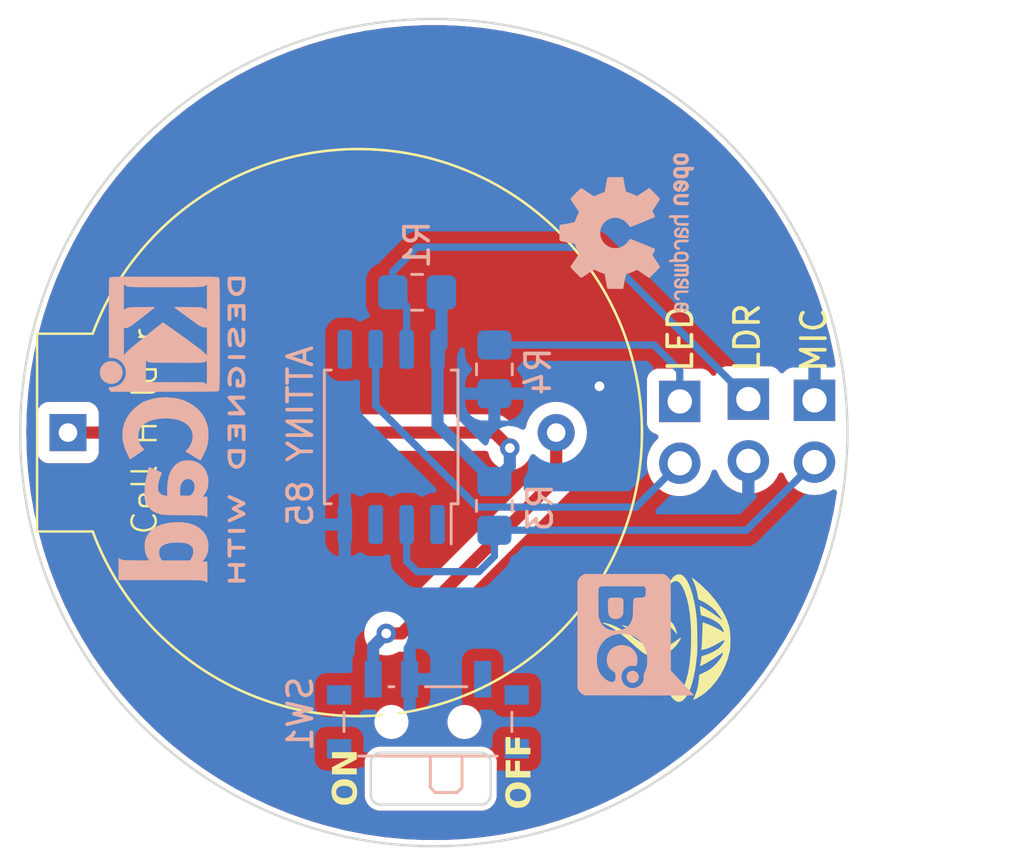
<source format=kicad_pcb>
(kicad_pcb (version 20221018) (generator pcbnew)
  (layers (0 "F.Cu" signal) (31 "B.Cu" signal) (34 "B.Paste" user) (35 "F.Paste" user) (36 "B.SilkS" user "B.Silkscreen") (37 "F.SilkS" user "F.Silkscreen") (38 "B.Mask" user) (39 "F.Mask" user) (44 "Edge.Cuts" user))
  (net 0 "")
  (net 1 "+3.3V")
  (net 2 "Net-(BT1--)")
  (net 3 "Net-(D1-K)")
  (net 4 "/LED")
  (net 5 "GND")
  (net 6 "/MIC")
  (net 7 "/LDR")
  (footprint "Connector_PinHeader_2.54mm:PinHeader_1x02_P2.54mm_Vertical" (layer "F.Cu") (at 223.9772 95.1942)
    (fp_text reference "MIC" (at -0.0254 -2.4842 90) (layer "F.SilkS"))
    (fp_text value "Microphone_Condenser")
    (pad "1" thru_hole rect (at 0 0) (size 1.7 1.7) (drill 1) (layers "*.Cu" "*.Mask") (net 5 "GND"))
    (pad "2" thru_hole oval (at 0 2.54) (size 1.7 1.7) (drill 1) (layers "*.Cu" "*.Mask") (net 6 "/MIC"))
  )
  (footprint "Connector_PinHeader_2.54mm:PinHeader_1x02_P2.54mm_Vertical" (layer "F.Cu") (at 221.2594 95.1434)
    (fp_text reference "LDR" (at -0.0508 -2.528639 90) (layer "F.SilkS"))
    (fp_text value "5mm LDR")
    (pad "1" thru_hole rect (at 0 0) (size 1.7 1.7) (drill 1) (layers "*.Cu" "*.Mask") (net 7 "/LDR"))
    (pad "2" thru_hole oval (at 0 2.54) (size 1.7 1.7) (drill 1) (layers "*.Cu" "*.Mask") (net 5 "GND"))
  )
  (footprint "Connector_PinHeader_2.54mm:PinHeader_1x02_P2.54mm_Vertical" (layer "F.Cu") (at 218.44 95.24)
    (fp_text reference "LED" (at 0.0254 -2.57762 90) (layer "F.SilkS"))
    (fp_text value "5mm Yellow LED")
    (pad "1" thru_hole rect (at 0 0) (size 1.7 1.7) (drill 1) (layers "*.Cu" "*.Mask") (net 3 "Net-(D1-K)"))
    (pad "2" thru_hole oval (at 0 2.54) (size 1.7 1.7) (drill 1) (layers "*.Cu" "*.Mask") (net 4 "/LED"))
  )
  (footprint "CellHolder_THT:CellHolder_CR2032" (layer "F.Cu") (at 205.232 96.52)
    (fp_text reference "Cell Holder" (at -8.7884 -0.0508 90 unlocked) (layer "F.SilkS") (effects (font (thickness 0.1))))
    (fp_text value "3.3V Cell")
    (pad "1" thru_hole rect (at -11.938 0) (size 1.524 1.524) (drill 0.762) (layers "*.Cu" "*.Mask") (net 1 "+3.3V"))
    (pad "2" thru_hole circle (at 8.128 0) (size 1.524 1.524) (drill 0.762) (layers "*.Cu" "*.Mask") (net 2 "Net-(BT1--)"))
  )
  (footprint "LOGO" (layer "F.Cu") (at 217.9828 105.029 90)
    (fp_text reference "G***" hide)
    (fp_text value "LOGO" hide)
  )
  (footprint "Package_SO:SOIC-8_5.275x5.275mm_P1.27mm" (layer "B.Cu") (at 206.5782 96.6978 90)
    (fp_text reference "ATTINY 85" (at 0.0254 -3.7338 90) (layer "B.SilkS") (effects (justify mirror)))
    (fp_text value "ATtiny85V-10P")
    (pad "1" smd roundrect (at -3.6 1.905 90) (size 1.6 0.6) (layers "B.Cu" "B.Paste" "B.Mask"))
    (pad "2" smd roundrect (at -3.6 0.635 90) (size 1.6 0.6) (layers "B.Cu" "B.Paste" "B.Mask") (net 6 "/MIC"))
    (pad "3" smd roundrect (at -3.6 -0.635 90) (size 1.6 0.6) (layers "B.Cu" "B.Paste" "B.Mask"))
    (pad "4" smd roundrect (at -3.6 -1.905 90) (size 1.6 0.6) (layers "B.Cu" "B.Paste" "B.Mask") (net 5 "GND"))
    (pad "5" smd roundrect (at 3.6 -1.905 90) (size 1.6 0.6) (layers "B.Cu" "B.Paste" "B.Mask"))
    (pad "6" smd roundrect (at 3.6 -0.635 90) (size 1.6 0.6) (layers "B.Cu" "B.Paste" "B.Mask") (net 4 "/LED"))
    (pad "7" smd roundrect (at 3.6 0.635 90) (size 1.6 0.6) (layers "B.Cu" "B.Paste" "B.Mask") (net 7 "/LDR"))
    (pad "8" smd roundrect (at 3.6 1.905 90) (size 1.6 0.6) (layers "B.Cu" "B.Paste" "B.Mask") (net 1 "+3.3V"))
  )
  (footprint "Resistor_SMD:R_0805_2012Metric_Pad1.20x1.40mm_HandSolder" (layer "B.Cu") (at 210.82 99.5332 -90)
    (fp_text reference "R3" (at 0.0668 -1.8796 -90) (layer "B.SilkS") (effects (justify mirror)))
    (fp_text value "5.6k")
    (pad "1" smd roundrect (at -1 0 270) (size 1.2 1.4) (layers "B.Cu" "B.Paste" "B.Mask") (roundrect_rratio 0.2083333333) (net 1 "+3.3V"))
    (pad "2" smd roundrect (at 1 0 270) (size 1.2 1.4) (layers "B.Cu" "B.Paste" "B.Mask") (roundrect_rratio 0.2083333333) (net 6 "/MIC"))
  )
  (footprint "LOGO" (layer "B.Cu") (at 216.628395 104.8258 -90)
    (fp_text reference "G***" hide)
    (fp_text value "LOGO" hide)
  )
  (footprint "Symbol:OSHW-Logo2_7.3x6mm_SilkScreen" (layer "B.Cu") (at 216.2556 88.3158 -90)
    (fp_text reference "REF**" hide)
    (fp_text value "OSHW-Logo2_7.3x6mm_SilkScreen" hide)
  )
  (footprint "Resistor_SMD:R_0805_2012Metric_Pad1.20x1.40mm_HandSolder" (layer "B.Cu") (at 210.82 93.9198 -90)
    (fp_text reference "R4" (at 0.0856 -1.8034 -90) (layer "B.SilkS") (effects (justify mirror)))
    (fp_text value "470R")
    (pad "1" smd roundrect (at -1 0 270) (size 1.2 1.4) (layers "B.Cu" "B.Paste" "B.Mask") (roundrect_rratio 0.2083333333) (net 3 "Net-(D1-K)"))
    (pad "2" smd roundrect (at 1 0 270) (size 1.2 1.4) (layers "B.Cu" "B.Paste" "B.Mask") (roundrect_rratio 0.2083333333) (net 5 "GND"))
  )
  (footprint "Resistor_SMD:R_0805_2012Metric_Pad1.20x1.40mm_HandSolder" (layer "B.Cu") (at 207.645 90.7542 180)
    (fp_text reference "R1" (at 0 1.9558 270) (layer "B.SilkS") (effects (justify mirror)))
    (fp_text value "10k")
    (pad "1" smd roundrect (at -1 0 180) (size 1.2 1.4) (layers "B.Cu" "B.Paste" "B.Mask") (roundrect_rratio 0.2083333333) (net 1 "+3.3V"))
    (pad "2" smd roundrect (at 1 0 180) (size 1.2 1.4) (layers "B.Cu" "B.Paste" "B.Mask") (roundrect_rratio 0.2083333333) (net 7 "/LDR"))
  )
  (footprint "Button_Switch_SMD:SW_SPDT_PCM12" (layer "B.Cu") (at 208.0882 108.0846 180)
    (fp_text reference "SW1" (at 5.2438 0.0076 270) (layer "B.SilkS") (effects (justify mirror)))
    (fp_text value "SW_SPDT")
    (pad "" smd rect (at -3.65 -1.43 180) (size 1 0.8) (layers "B.Cu" "B.Paste" "B.Mask"))
    (pad "" smd rect (at -3.65 0.78 180) (size 1 0.8) (layers "B.Cu" "B.Paste" "B.Mask"))
    (pad "" np_thru_hole circle (at -1.5 -0.33 180) (size 0.9 0.9) (drill 0.9) (layers "*.Cu" "*.Mask"))
    (pad "" np_thru_hole circle (at 1.5 -0.33 180) (size 0.9 0.9) (drill 0.9) (layers "*.Cu" "*.Mask"))
    (pad "" smd rect (at 3.65 -1.43 180) (size 1 0.8) (layers "B.Cu" "B.Paste" "B.Mask"))
    (pad "" smd rect (at 3.65 0.78 180) (size 1 0.8) (layers "B.Cu" "B.Paste" "B.Mask"))
    (pad "1" smd rect (at -2.25 1.43 180) (size 0.7 1.5) (layers "B.Cu" "B.Paste" "B.Mask"))
    (pad "2" smd rect (at 0.75 1.43 180) (size 0.7 1.5) (layers "B.Cu" "B.Paste" "B.Mask") (net 5 "GND"))
    (pad "3" smd rect (at 2.25 1.43 180) (size 0.7 1.5) (layers "B.Cu" "B.Paste" "B.Mask") (net 2 "Net-(BT1--)"))
  )
  (footprint "Symbol:KiCad-Logo2_5mm_SilkScreen" (layer "B.Cu") (at 197.5866 96.393 -90)
    (fp_text reference "REF**" hide)
    (fp_text value "KiCad-Logo2_5mm_SilkScreen" hide)
  )
  (gr_line (start 210.6676 110.0836) (end 210.6676 111.4044) (stroke (width 0.1)) (layer "Edge.Cuts"))
  (gr_arc (start 210.2612 109.6772) (mid 210.548568 109.796232) (end 210.6676 110.0836) (stroke (width 0.1)) (layer "Edge.Cuts"))
  (gr_arc (start 210.6676 111.4044) (mid 210.548568 111.691768) (end 210.2612 111.8108) (stroke (width 0.1)) (layer "Edge.Cuts"))
  (gr_line (start 206.1464 109.6772) (end 210.2612 109.6772) (stroke (width 0.1)) (layer "Edge.Cuts"))
  (gr_arc (start 206.1464 111.8108) (mid 205.859032 111.691768) (end 205.74 111.4044) (stroke (width 0.1)) (layer "Edge.Cuts"))
  (gr_arc (start 205.74 110.0836) (mid 205.859032 109.796232) (end 206.1464 109.6772) (stroke (width 0.1)) (layer "Edge.Cuts"))
  (gr_circle (center 208.3308 96.52) (end 225.3308 96.52) (stroke (width 0.1)) (fill none) (layer "Edge.Cuts"))
  (gr_line (start 210.2612 111.8108) (end 206.1464 111.8108) (stroke (width 0.1)) (layer "Edge.Cuts"))
  (gr_line (start 205.74 111.4044) (end 205.74 110.0836) (stroke (width 0.1)) (layer "Edge.Cuts"))
  (gr_text "ON" (at 205.3336 111.887 90) (layer "F.SilkS") (effects (font (size 1 1) (thickness 0.25) bold) (justify left bottom)))
  (gr_text "OFF" (at 212.471 112.014 90) (layer "F.SilkS") (effects (font (size 1 1) (thickness 0.25) bold) (justify left bottom)))
  (segment (start 193.294 96.52) (end 210.82 96.52) (width 0.5) (layer "F.Cu") (net 1))
  (segment (start 210.82 96.52) (end 211.455 97.155) (width 0.5) (layer "F.Cu") (net 1))
  (via (at 211.455 97.155) (size 0.8) (drill 0.4) (layers "F.Cu" "B.Cu") (net 1))
  (segment (start 211.455 97.8982) (end 210.82 98.5332) (width 0.5) (layer "B.Cu") (net 1))
  (segment (start 208.645 90.7542) (end 208.645 92.936) (width 0.5) (layer "B.Cu") (net 1))
  (segment (start 211.455 97.155) (end 211.455 97.8982) (width 0.5) (layer "B.Cu") (net 1))
  (segment (start 208.645 92.936) (end 208.4832 93.0978) (width 0.5) (layer "B.Cu") (net 1))
  (segment (start 208.4832 96.1964) (end 210.82 98.5332) (width 0.5) (layer "B.Cu") (net 1))
  (segment (start 208.4832 93.0978) (end 208.4832 96.1964) (width 0.5) (layer "B.Cu") (net 1))
  (segment (start 213.36 98.425) (end 213.36 96.52) (width 0.5) (layer "F.Cu") (net 2))
  (segment (start 206.375 104.775) (end 207.01 104.775) (width 0.5) (layer "F.Cu") (net 2))
  (segment (start 207.01 104.775) (end 213.36 98.425) (width 0.5) (layer "F.Cu") (net 2))
  (via (at 206.375 104.775) (size 0.8) (drill 0.4) (layers "F.Cu" "B.Cu") (net 2))
  (segment (start 205.8382 106.6546) (end 205.8382 105.3118) (width 0.5) (layer "B.Cu") (net 2))
  (segment (start 205.8382 105.3118) (end 206.375 104.775) (width 0.5) (layer "B.Cu") (net 2))
  (segment (start 218.44 93.98) (end 218.44 95.24) (width 0.3) (layer "B.Cu") (net 3))
  (segment (start 217.3798 92.9198) (end 218.44 93.98) (width 0.3) (layer "B.Cu") (net 3))
  (segment (start 210.82 92.9198) (end 217.3798 92.9198) (width 0.3) (layer "B.Cu") (net 3))
  (segment (start 205.9432 95.404928) (end 210.121472 99.5832) (width 0.3) (layer "B.Cu") (net 4))
  (segment (start 216.6368 99.5832) (end 218.44 97.78) (width 0.3) (layer "B.Cu") (net 4))
  (segment (start 210.121472 99.5832) (end 216.6368 99.5832) (width 0.3) (layer "B.Cu") (net 4))
  (segment (start 205.9432 93.0978) (end 205.9432 95.404928) (width 0.3) (layer "B.Cu") (net 4))
  (via (at 215.138 94.615) (size 0.8) (drill 0.4) (layers "F.Cu" "B.Cu") (net 5))
  (segment (start 210.82 101.6) (end 210.185 102.235) (width 0.3) (layer "B.Cu") (net 6))
  (segment (start 207.2132 100.2978) (end 207.2132 101.8032) (width 0.3) (layer "B.Cu") (net 6))
  (segment (start 207.645 102.235) (end 210.185 102.235) (width 0.3) (layer "B.Cu") (net 6))
  (segment (start 221.1782 100.5332) (end 223.9772 97.7342) (width 0.3) (layer "B.Cu") (net 6))
  (segment (start 207.2132 101.8032) (end 207.645 102.235) (width 0.3) (layer "B.Cu") (net 6))
  (segment (start 210.82 100.5332) (end 221.1782 100.5332) (width 0.3) (layer "B.Cu") (net 6))
  (segment (start 210.82 101.6) (end 210.82 100.5332) (width 0.3) (layer "B.Cu") (net 6))
  (segment (start 215.016 88.9) (end 207.645 88.9) (width 0.3) (layer "B.Cu") (net 7))
  (segment (start 206.645 89.9) (end 206.645 90.7542) (width 0.3) (layer "B.Cu") (net 7))
  (segment (start 207.645 88.9) (end 206.645 89.9) (width 0.3) (layer "B.Cu") (net 7))
  (segment (start 207.2132 93.0978) (end 207.2132 91.3224) (width 0.3) (layer "B.Cu") (net 7))
  (segment (start 221.2594 95.1434) (end 215.016 88.9) (width 0.3) (layer "B.Cu") (net 7))
  (segment (start 207.2132 91.3224) (end 206.645 90.7542) (width 0.3) (layer "B.Cu") (net 7))
  (zone (net 5) (net_name "GND") (layers "F&B.Cu") (connect_pads (clearance 0.5)) (min_thickness 0.25) (fill yes (thermal_gap 0.5) (thermal_bridge_width 0.5))
    (polygon (pts (xy 198.755 81.28) (xy 207.645 78.74) (xy 220.98 81.915) (xy 226.06 92.71) (xy 224.79 107.315) (xy 212.725 114.3) (xy 201.295 113.665) (xy 190.5 104.14) (xy 191.135 88.9) (xy 197.485 81.915)))
  )
)
</source>
